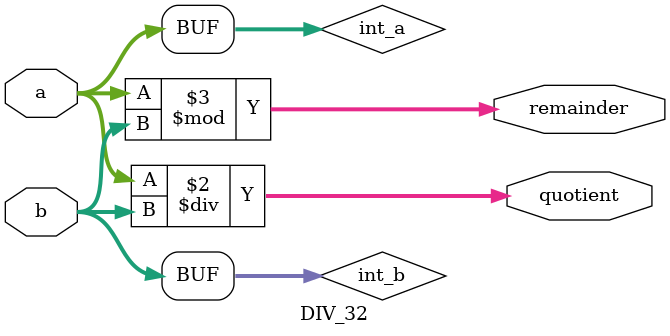
<source format=v>
`timescale 1ns / 1ps
/**********************************************************
*
*Author:   Raman Kooner, James Gojit
*Email:    ramankooner9@gmail.com, jamesjrgojit@gmail.com
*Filename: DIV_32.v
*Date:     October 4th, 2018
*Version:  1.3
*
*Notes: 
*
* This module will take two inputs: a and b.
* Two integer are assigned to a and b to be divided
* for the ALU module. We will assign the quotient to Y_lo 
* and the remainder to Y_hi.
*
*
***********************************************************/
module DIV_32( a, b, quotient, remainder );

	// Inputs
	input  [31:0] a, b;
	
	// Outputs
	output [31:0] quotient, remainder;
	reg    [31:0] quotient, remainder;
	
	// Integers
	integer int_a, int_b;
	
	// Always Block
	always @ (a, b) begin 
		
		// Assign inputs to integers
		int_a     = a;
		int_b     = b;
		
		// Get results
		quotient  = int_a / int_b;
		remainder = int_a % int_b;
		
	end
	
endmodule

</source>
